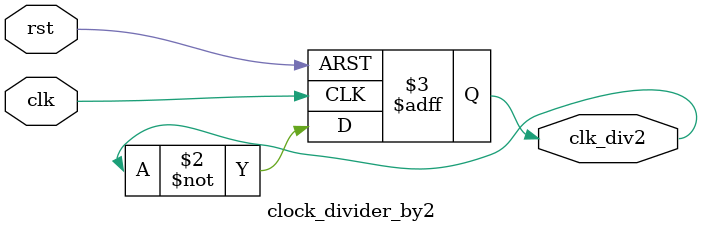
<source format=v>
module clock_divider_by2(
    input clk,
    input rst,
    output reg clk_div2
);
    always @(posedge clk or posedge rst) begin
        if (rst)
            clk_div2 <= 1'b0;
        else
            clk_div2 <= ~clk_div2;
    end
endmodule
</source>
